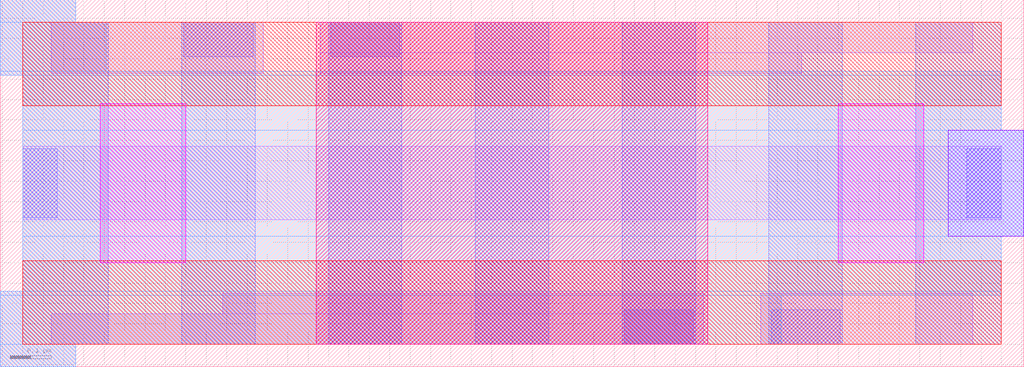
<source format=lef>
# Copyright 2020 The SkyWater PDK Authors
#
# Licensed under the Apache License, Version 2.0 (the "License");
# you may not use this file except in compliance with the License.
# You may obtain a copy of the License at
#
#     https://www.apache.org/licenses/LICENSE-2.0
#
# Unless required by applicable law or agreed to in writing, software
# distributed under the License is distributed on an "AS IS" BASIS,
# WITHOUT WARRANTIES OR CONDITIONS OF ANY KIND, either express or implied.
# See the License for the specific language governing permissions and
# limitations under the License.
#
# SPDX-License-Identifier: Apache-2.0

VERSION 5.7 ;
  NOWIREEXTENSIONATPIN ON ;
  DIVIDERCHAR "/" ;
  BUSBITCHARS "[]" ;
MACRO sky130_fd_bd_sram__sram_dp_horstrap5
  CLASS BLOCK ;
  FOREIGN sky130_fd_bd_sram__sram_dp_horstrap5 ;
  ORIGIN  0.055000  0.055000 ;
  SIZE  2.510000 BY  0.900000 ;
  OBS
    LAYER li1 ;
      RECT 0.000000 0.305000 2.400000 0.485000 ;
      RECT 0.070000 0.000000 1.670000 0.075000 ;
      RECT 0.070000 0.665000 0.590000 0.790000 ;
      RECT 0.490000 0.075000 1.670000 0.125000 ;
      RECT 0.730000 0.665000 1.910000 0.715000 ;
      RECT 0.730000 0.715000 2.330000 0.790000 ;
      RECT 1.810000 0.000000 2.330000 0.125000 ;
    LAYER mcon ;
      RECT 0.000000 0.310000 0.085000 0.480000 ;
      RECT 0.395000 0.705000 0.565000 0.790000 ;
      RECT 0.755000 0.705000 0.925000 0.790000 ;
      RECT 1.475000 0.000000 1.645000 0.085000 ;
      RECT 1.835000 0.000000 2.005000 0.085000 ;
      RECT 2.315000 0.310000 2.400000 0.480000 ;
    LAYER met1 ;
      RECT -0.055000 -0.055000 0.130000 0.000000 ;
      RECT -0.055000  0.000000 0.210000 0.130000 ;
      RECT -0.055000  0.660000 0.210000 0.790000 ;
      RECT -0.055000  0.790000 0.130000 0.845000 ;
      RECT  0.000000  0.130000 0.210000 0.660000 ;
      RECT  0.390000  0.000000 0.570000 0.790000 ;
      RECT  0.750000  0.000000 0.930000 0.790000 ;
      RECT  1.110000  0.000000 1.290000 0.790000 ;
      RECT  1.470000  0.000000 1.650000 0.790000 ;
      RECT  1.830000  0.000000 2.010000 0.790000 ;
      RECT  2.190000  0.000000 2.400000 0.265000 ;
      RECT  2.190000  0.265000 2.455000 0.525000 ;
      RECT  2.190000  0.525000 2.400000 0.790000 ;
    LAYER met2 ;
      RECT -0.055000 -0.055000 0.130000 0.000000 ;
      RECT -0.055000  0.000000 1.860000 0.120000 ;
      RECT -0.055000  0.120000 2.400000 0.130000 ;
      RECT -0.055000  0.660000 2.400000 0.670000 ;
      RECT -0.055000  0.670000 0.205000 0.790000 ;
      RECT -0.055000  0.790000 0.130000 0.845000 ;
      RECT  0.000000  0.130000 2.400000 0.265000 ;
      RECT  0.000000  0.265000 2.455000 0.525000 ;
      RECT  0.000000  0.525000 2.400000 0.660000 ;
    LAYER met3 ;
      RECT 0.000000 0.000000 2.400000 0.205000 ;
      RECT 0.000000 0.585000 2.400000 0.790000 ;
    LAYER nwell ;
      RECT 0.720000 0.000000 1.680000 0.790000 ;
    LAYER pwell ;
      RECT 0.190000 0.200000 0.400000 0.590000 ;
    LAYER pwell ;
      RECT 2.000000 0.200000 2.210000 0.590000 ;
    LAYER via ;
      RECT 2.270000 0.265000 2.455000 0.525000 ;
  END
END sky130_fd_bd_sram__sram_dp_horstrap5
END LIBRARY

</source>
